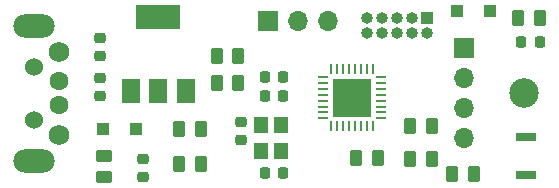
<source format=gbr>
G04 #@! TF.GenerationSoftware,KiCad,Pcbnew,6.0.2+dfsg-1*
G04 #@! TF.CreationDate,2022-03-12T18:16:22-05:00*
G04 #@! TF.ProjectId,PortaNet,506f7274-614e-4657-942e-6b696361645f,rev?*
G04 #@! TF.SameCoordinates,Original*
G04 #@! TF.FileFunction,Soldermask,Top*
G04 #@! TF.FilePolarity,Negative*
%FSLAX46Y46*%
G04 Gerber Fmt 4.6, Leading zero omitted, Abs format (unit mm)*
G04 Created by KiCad (PCBNEW 6.0.2+dfsg-1) date 2022-03-12 18:16:22*
%MOMM*%
%LPD*%
G01*
G04 APERTURE LIST*
G04 Aperture macros list*
%AMRoundRect*
0 Rectangle with rounded corners*
0 $1 Rounding radius*
0 $2 $3 $4 $5 $6 $7 $8 $9 X,Y pos of 4 corners*
0 Add a 4 corners polygon primitive as box body*
4,1,4,$2,$3,$4,$5,$6,$7,$8,$9,$2,$3,0*
0 Add four circle primitives for the rounded corners*
1,1,$1+$1,$2,$3*
1,1,$1+$1,$4,$5*
1,1,$1+$1,$6,$7*
1,1,$1+$1,$8,$9*
0 Add four rect primitives between the rounded corners*
20,1,$1+$1,$2,$3,$4,$5,0*
20,1,$1+$1,$4,$5,$6,$7,0*
20,1,$1+$1,$6,$7,$8,$9,0*
20,1,$1+$1,$8,$9,$2,$3,0*%
G04 Aperture macros list end*
%ADD10RoundRect,0.218750X0.218750X0.256250X-0.218750X0.256250X-0.218750X-0.256250X0.218750X-0.256250X0*%
%ADD11RoundRect,0.187500X0.687500X0.187500X-0.687500X0.187500X-0.687500X-0.187500X0.687500X-0.187500X0*%
%ADD12C,2.500000*%
%ADD13RoundRect,0.250000X-0.262500X-0.450000X0.262500X-0.450000X0.262500X0.450000X-0.262500X0.450000X0*%
%ADD14RoundRect,0.225000X0.225000X0.250000X-0.225000X0.250000X-0.225000X-0.250000X0.225000X-0.250000X0*%
%ADD15C,1.524000*%
%ADD16C,1.750000*%
%ADD17C,1.600000*%
%ADD18O,3.500000X2.000000*%
%ADD19RoundRect,0.250000X0.262500X0.450000X-0.262500X0.450000X-0.262500X-0.450000X0.262500X-0.450000X0*%
%ADD20RoundRect,0.062500X0.062500X-0.375000X0.062500X0.375000X-0.062500X0.375000X-0.062500X-0.375000X0*%
%ADD21RoundRect,0.062500X0.375000X-0.062500X0.375000X0.062500X-0.375000X0.062500X-0.375000X-0.062500X0*%
%ADD22R,3.300000X3.300000*%
%ADD23RoundRect,0.225000X-0.250000X0.225000X-0.250000X-0.225000X0.250000X-0.225000X0.250000X0.225000X0*%
%ADD24R,1.000000X1.000000*%
%ADD25O,1.000000X1.000000*%
%ADD26RoundRect,0.218750X0.256250X-0.218750X0.256250X0.218750X-0.256250X0.218750X-0.256250X-0.218750X0*%
%ADD27R,1.700000X1.700000*%
%ADD28O,1.700000X1.700000*%
%ADD29R,1.500000X2.000000*%
%ADD30R,3.800000X2.000000*%
%ADD31R,1.100000X1.100000*%
%ADD32R,1.200000X1.400000*%
%ADD33RoundRect,0.250000X0.450000X-0.262500X0.450000X0.262500X-0.450000X0.262500X-0.450000X-0.262500X0*%
%ADD34RoundRect,0.225000X0.250000X-0.225000X0.250000X0.225000X-0.250000X0.225000X-0.250000X-0.225000X0*%
G04 APERTURE END LIST*
D10*
X167284500Y-66802000D03*
X165709500Y-66802000D03*
D11*
X166089000Y-78041500D03*
X166089000Y-74841500D03*
D12*
X165989000Y-71120000D03*
D13*
X136755500Y-74168000D03*
X138580500Y-74168000D03*
D14*
X145555000Y-71374000D03*
X144005000Y-71374000D03*
D15*
X124460000Y-68870000D03*
X124460000Y-73370000D03*
D16*
X126560000Y-74620000D03*
D17*
X126560000Y-72120000D03*
X126560000Y-70120000D03*
D16*
X126560000Y-67620000D03*
D18*
X124460000Y-76820000D03*
X124460000Y-65420000D03*
D13*
X136755500Y-77089000D03*
X138580500Y-77089000D03*
D14*
X145555000Y-69723000D03*
X144005000Y-69723000D03*
D19*
X167282500Y-64770000D03*
X165457500Y-64770000D03*
X161694500Y-77978000D03*
X159869500Y-77978000D03*
D20*
X149634000Y-73938500D03*
X150134000Y-73938500D03*
X150634000Y-73938500D03*
X151134000Y-73938500D03*
X151634000Y-73938500D03*
X152134000Y-73938500D03*
X152634000Y-73938500D03*
X153134000Y-73938500D03*
D21*
X153821500Y-73251000D03*
X153821500Y-72751000D03*
X153821500Y-72251000D03*
X153821500Y-71751000D03*
X153821500Y-71251000D03*
X153821500Y-70751000D03*
X153821500Y-70251000D03*
X153821500Y-69751000D03*
D20*
X153134000Y-69063500D03*
X152634000Y-69063500D03*
X152134000Y-69063500D03*
X151634000Y-69063500D03*
X151134000Y-69063500D03*
X150634000Y-69063500D03*
X150134000Y-69063500D03*
X149634000Y-69063500D03*
D21*
X148946500Y-69751000D03*
X148946500Y-70251000D03*
X148946500Y-70751000D03*
X148946500Y-71251000D03*
X148946500Y-71751000D03*
X148946500Y-72251000D03*
X148946500Y-72751000D03*
X148946500Y-73251000D03*
D22*
X151384000Y-71501000D03*
D23*
X130048000Y-69837000D03*
X130048000Y-71387000D03*
D24*
X157744000Y-64780000D03*
D25*
X157744000Y-66050000D03*
X156474000Y-64780000D03*
X156474000Y-66050000D03*
X155204000Y-64780000D03*
X155204000Y-66050000D03*
X153934000Y-64780000D03*
X153934000Y-66050000D03*
X152664000Y-64780000D03*
X152664000Y-66050000D03*
D13*
X156313500Y-73914000D03*
X158138500Y-73914000D03*
D26*
X133731000Y-78257500D03*
X133731000Y-76682500D03*
D27*
X144287000Y-64999000D03*
D28*
X146827000Y-64999000D03*
X149367000Y-64999000D03*
D29*
X132701000Y-70968000D03*
X135001000Y-70968000D03*
D30*
X135001000Y-64668000D03*
D29*
X137301000Y-70968000D03*
D19*
X141755500Y-67945000D03*
X139930500Y-67945000D03*
D31*
X163071000Y-64135000D03*
X160271000Y-64135000D03*
D19*
X158138500Y-76708000D03*
X156313500Y-76708000D03*
D32*
X143676000Y-73830000D03*
X143676000Y-76030000D03*
X145376000Y-76030000D03*
X145376000Y-73830000D03*
D14*
X145555000Y-77851000D03*
X144005000Y-77851000D03*
D27*
X160909000Y-67310000D03*
D28*
X160909000Y-69850000D03*
X160909000Y-72390000D03*
X160909000Y-74930000D03*
D33*
X130429000Y-78255500D03*
X130429000Y-76430500D03*
D13*
X139930500Y-70231000D03*
X141755500Y-70231000D03*
D23*
X141986000Y-73520000D03*
X141986000Y-75070000D03*
D34*
X130048000Y-67958000D03*
X130048000Y-66408000D03*
D31*
X133099000Y-74168000D03*
X130299000Y-74168000D03*
D19*
X153566500Y-76581000D03*
X151741500Y-76581000D03*
M02*

</source>
